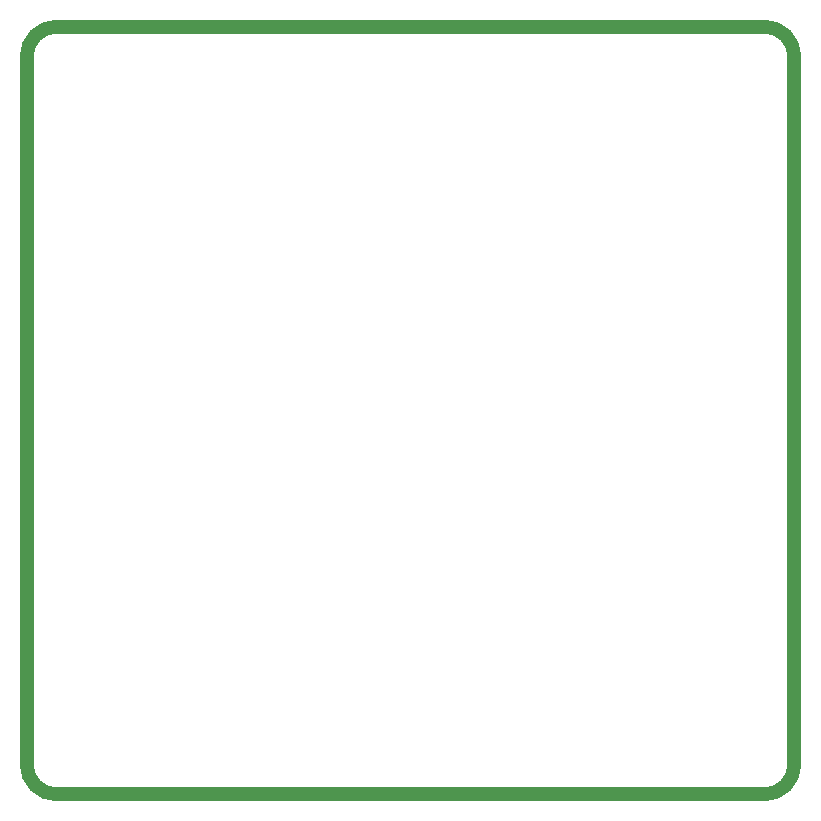
<source format=gko>
G04*
G04 #@! TF.GenerationSoftware,Altium Limited,Altium Designer,19.1.8 (144)*
G04*
G04 Layer_Color=16711935*
%FSLAX25Y25*%
%MOIN*%
G70*
G01*
G75*
%ADD65C,0.04724*%
D65*
X0Y10000D02*
G03*
X10000Y0I10000J0D01*
G01*
X245905D02*
G03*
X255906Y10000I0J10000D01*
G01*
Y245905D02*
G03*
X245905Y255906I-10000J0D01*
G01*
X10000D02*
G03*
X0Y245905I0J-10000D01*
G01*
Y10000D02*
Y245905D01*
X10000Y0D02*
X245905D01*
X255906Y10000D02*
Y245905D01*
X10000Y255906D02*
X245905D01*
M02*

</source>
